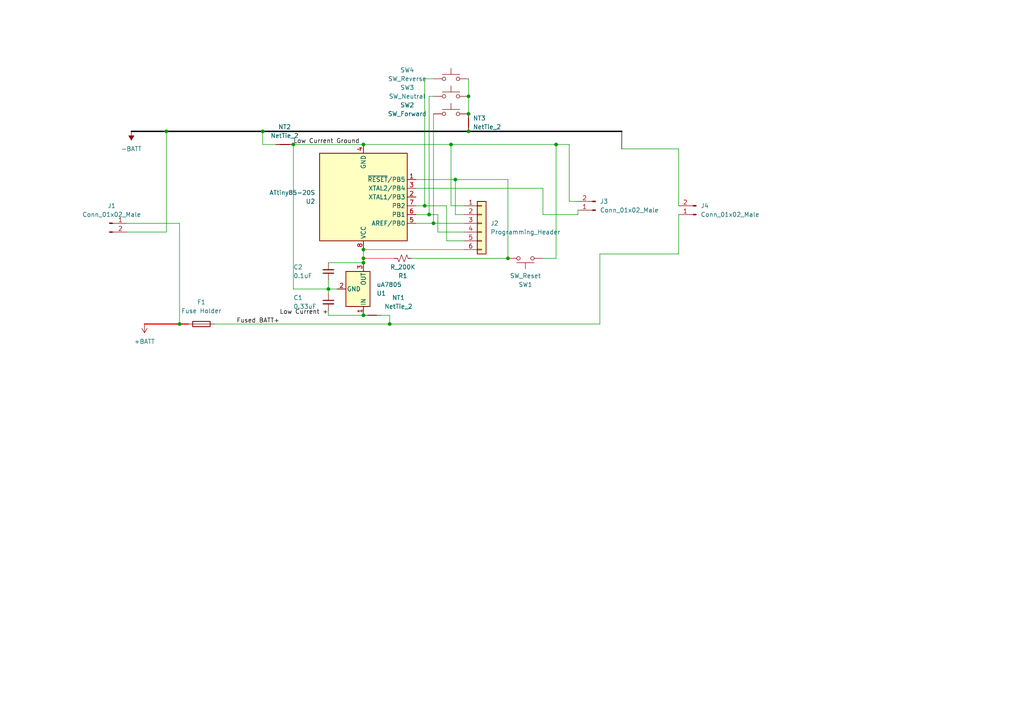
<source format=kicad_sch>
(kicad_sch (version 20211123) (generator eeschema)
  (paper "A4")
  (lib_symbols
    (symbol "Connector:Conn_01x02_Male" (pin_names (offset 1.016) hide)
      (property "Reference" "J" (at 0 2.54 0))
      (property "Value" "Conn_01x02_Male" (at 0 -5.08 0))
      (symbol "Conn_01x02_Male_1_1"
        (polyline (pts (xy 1.27 -2.54) (xy 0.8636 -2.54)) (stroke (width 0.1524)))
        (polyline (pts (xy 1.27 0) (xy 0.8636 0)) (stroke (width 0.1524)))
        (rectangle (start 0.8636 -2.413) (end 0 -2.667) (stroke (width 0.1524)) (fill (type outline)))
        (rectangle (start 0.8636 0.127) (end 0 -0.127) (stroke (width 0.1524)) (fill (type outline)))
        (pin passive line (at 5.08 0 180) (length 3.81) (name "Pin_1") (number "1"))
        (pin passive line (at 5.08 -2.54 180) (length 3.81) (name "Pin_2") (number "2"))
      )
    )
    (symbol "Connector_Generic:Conn_01x06" (pin_names (offset 1.016) hide)
      (property "Reference" "J" (at 0 7.62 0))
      (property "Value" "Conn_01x06" (at 0 -10.16 0))
      (symbol "Conn_01x06_1_1"
        (rectangle (start -1.27 -7.493) (end 0 -7.747) (stroke (width 0.1524)))
        (rectangle (start -1.27 -4.953) (end 0 -5.207) (stroke (width 0.1524)))
        (rectangle (start -1.27 -2.413) (end 0 -2.667) (stroke (width 0.1524)))
        (rectangle (start -1.27 0.127) (end 0 -0.127) (stroke (width 0.1524)))
        (rectangle (start -1.27 2.667) (end 0 2.413) (stroke (width 0.1524)))
        (rectangle (start -1.27 5.207) (end 0 4.953) (stroke (width 0.1524)))
        (rectangle (start -1.27 6.35) (end 1.27 -8.89) (stroke (width 0.254)) (fill (type background)))
        (pin passive line (at -5.08 5.08 0) (length 3.81) (name "Pin_1") (number "1"))
        (pin passive line (at -5.08 2.54 0) (length 3.81) (name "Pin_2") (number "2"))
        (pin passive line (at -5.08 0 0) (length 3.81) (name "Pin_3") (number "3"))
        (pin passive line (at -5.08 -2.54 0) (length 3.81) (name "Pin_4") (number "4"))
        (pin passive line (at -5.08 -5.08 0) (length 3.81) (name "Pin_5") (number "5"))
        (pin passive line (at -5.08 -7.62 0) (length 3.81) (name "Pin_6") (number "6"))
      )
    )
    (symbol "Device:C_Small" (pin_numbers hide) (pin_names (offset 0.254) hide)
      (property "Reference" "C" (at 0.254 1.778 0))
      (property "Value" "C_Small" (at 0.254 -2.032 0))
      (symbol "C_Small_0_1"
        (polyline (pts (xy -1.524 -0.508) (xy 1.524 -0.508)) (stroke (width 0.3302)))
        (polyline (pts (xy -1.524 0.508) (xy 1.524 0.508)) (stroke (width 0.3048)))
      )
      (symbol "C_Small_1_1"
        (pin passive line (at 0 2.54 270) (length 2.032) (name "~") (number "1"))
        (pin passive line (at 0 -2.54 90) (length 2.032) (name "~") (number "2"))
      )
    )
    (symbol "Device:Fuse" (pin_numbers hide) (pin_names (offset 0))
      (property "Reference" "F" (at 2.032 0 90))
      (property "Value" "Fuse" (at -1.905 0 90))
      (symbol "Fuse_0_1"
        (rectangle (start -0.762 -2.54) (end 0.762 2.54) (stroke (width 0.254)))
        (polyline (pts (xy 0 2.54) (xy 0 -2.54)))
      )
      (symbol "Fuse_1_1"
        (pin passive line (at 0 3.81 270) (length 1.27) (name "~") (number "1"))
        (pin passive line (at 0 -3.81 90) (length 1.27) (name "~") (number "2"))
      )
    )
    (symbol "Device:NetTie_2" (pin_numbers hide) (pin_names (offset 0) hide)
      (property "Reference" "NT" (at 0 1.27 0))
      (property "Value" "NetTie_2" (at 0 -1.27 0))
      (symbol "NetTie_2_0_1"
        (polyline (pts (xy -1.27 0) (xy 1.27 0)) (stroke (width 0.254)))
      )
      (symbol "NetTie_2_1_1"
        (pin passive line (at -2.54 0 0) (length 2.54) (name "1") (number "1"))
        (pin passive line (at 2.54 0 180) (length 2.54) (name "2") (number "2"))
      )
    )
    (symbol "Device:R_Small_US" (pin_numbers hide) (pin_names (offset 0.254) hide)
      (property "Reference" "R" (at 0.762 0.508 0))
      (property "Value" "R_Small_US" (at 0.762 -1.016 0))
      (symbol "R_Small_US_1_1"
        (polyline (pts (xy 0 0) (xy 1.016 -0.381) (xy 0 -0.762) (xy -1.016 -1.143) (xy 0 -1.524)))
        (polyline (pts (xy 0 1.524) (xy 1.016 1.143) (xy 0 0.762) (xy -1.016 0.381) (xy 0 0)))
        (pin passive line (at 0 2.54 270) (length 1.016) (name "~") (number "1"))
        (pin passive line (at 0 -2.54 90) (length 1.016) (name "~") (number "2"))
      )
    )
    (symbol "MCU_Microchip_ATtiny:ATtiny85-20S"
      (property "Reference" "U" (at -12.7 13.97 0))
      (property "Value" "ATtiny85-20S" (at 2.54 -13.97 0))
      (symbol "ATtiny85-20S_0_1"
        (rectangle (start -12.7 -12.7) (end 12.7 12.7) (stroke (width 0.254)) (fill (type background)))
      )
      (symbol "ATtiny85-20S_1_1"
        (pin bidirectional line (at 15.24 -5.08 180) (length 2.54) (name "~{RESET}/PB5") (number "1"))
        (pin bidirectional line (at 15.24 0 180) (length 2.54) (name "XTAL1/PB3") (number "2"))
        (pin bidirectional line (at 15.24 -2.54 180) (length 2.54) (name "XTAL2/PB4") (number "3"))
        (pin power_in line (at 0 -15.24 90) (length 2.54) (name "GND") (number "4"))
        (pin bidirectional line (at 15.24 7.62 180) (length 2.54) (name "AREF/PB0") (number "5"))
        (pin bidirectional line (at 15.24 5.08 180) (length 2.54) (name "PB1") (number "6"))
        (pin bidirectional line (at 15.24 2.54 180) (length 2.54) (name "PB2") (number "7"))
        (pin power_in line (at 0 15.24 270) (length 2.54) (name "VCC") (number "8"))
      )
    )
    (symbol "Regulator_Linear:uA7805" (pin_names (offset 0.254))
      (property "Reference" "U" (at -3.81 3.175 0))
      (property "Value" "uA7805" (at 0 3.175 0))
      (symbol "uA7805_0_1"
        (rectangle (start -5.08 1.905) (end 5.08 -5.08) (stroke (width 0.254)) (fill (type background)))
      )
      (symbol "uA7805_1_1"
        (pin power_in line (at -7.62 0 0) (length 2.54) (name "IN") (number "1"))
        (pin power_in line (at 0 -7.62 90) (length 2.54) (name "GND") (number "2"))
        (pin power_out line (at 7.62 0 180) (length 2.54) (name "OUT") (number "3"))
      )
    )
    (symbol "Switch:SW_Push" (pin_numbers hide) (pin_names (offset 1.016) hide)
      (property "Reference" "SW" (at 1.27 2.54 0))
      (property "Value" "SW_Push" (at 0 -1.524 0))
      (symbol "SW_Push_0_1"
        (circle (center -2.032 0) (radius 0.508))
        (polyline (pts (xy 0 1.27) (xy 0 3.048)))
        (polyline (pts (xy 2.54 1.27) (xy -2.54 1.27)))
        (circle (center 2.032 0) (radius 0.508))
        (pin passive line (at -5.08 0 0) (length 2.54) (name "1") (number "1"))
        (pin passive line (at 5.08 0 180) (length 2.54) (name "2") (number "2"))
      )
    )
    (symbol "power:+BATT" (power) (pin_names (offset 0))
      (property "Value" "+BATT" (at 0 3.556 0))
      (symbol "+BATT_0_1"
        (polyline (pts (xy -0.762 1.27) (xy 0 2.54)))
        (polyline (pts (xy 0 0) (xy 0 2.54)))
        (polyline (pts (xy 0 2.54) (xy 0.762 1.27)))
      )
      (symbol "+BATT_1_1"
        (pin power_in line (at 0 0 90) (length 0) hide (name "+BATT") (number "1"))
      )
    )
    (symbol "power:-BATT" (power) (pin_names (offset 0))
      (property "Value" "-BATT" (at 0 3.556 0))
      (symbol "-BATT_0_1"
        (polyline (pts (xy 0 0) (xy 0 2.54)))
        (polyline (pts (xy 0.762 1.27) (xy -0.762 1.27) (xy 0 2.54) (xy 0.762 1.27)) (fill (type outline)))
      )
      (symbol "-BATT_1_1"
        (pin power_in line (at 0 0 90) (length 0) hide (name "-BATT") (number "1"))
      )
    )
  )
  (junction (at 147.32 74.93))
  (junction (at 105.41 41.91))
  (junction (at 105.41 91.44))
  (junction (at 105.41 72.39))
  (junction (at 130.81 41.91))
  (junction (at 105.41 74.93))
  (junction (at 113.03 93.98))
  (junction (at 76.2 38.1))
  (junction (at 135.89 27.94))
  (junction (at 95.25 83.82))
  (junction (at 125.73 64.77))
  (junction (at 52.07 93.98))
  (junction (at 135.89 38.1))
  (junction (at 124.46 62.23))
  (junction (at 105.41 76.2))
  (junction (at 132.08 52.07))
  (junction (at 161.29 41.91))
  (junction (at 48.26 38.1))
  (junction (at 135.89 33.02))
  (junction (at 85.09 41.91))
  (junction (at 123.19 59.69))
  (wire (pts (xy 167.64 60.96) (xy 167.64 62.23)))
  (wire (pts (xy 119.38 74.93) (xy 147.32 74.93)))
  (wire (pts (xy 134.62 72.39) (xy 105.41 72.39)) (stroke (width 0) (color 255 20 27 1)))
  (wire (pts (xy 135.89 22.86) (xy 135.89 27.94)))
  (wire (pts (xy 36.83 64.77) (xy 52.07 64.77)))
  (wire (pts (xy 165.1 58.42) (xy 167.64 58.42)))
  (wire (pts (xy 52.07 64.77) (xy 52.07 93.98)))
  (wire (pts (xy 123.19 22.86) (xy 123.19 59.69)))
  (wire (pts (xy 125.73 33.02) (xy 125.73 64.77)))
  (wire (pts (xy 48.26 67.31) (xy 48.26 38.1)))
  (wire (pts (xy 157.48 62.23) (xy 167.64 62.23)))
  (wire (pts (xy 62.23 93.98) (xy 113.03 93.98)))
  (wire (pts (xy 85.09 41.91) (xy 85.09 83.82)))
  (wire (pts (xy 41.91 93.98) (xy 52.07 93.98)) (stroke (width 0.4) (color 255 20 27 1)))
  (wire (pts (xy 134.62 62.23) (xy 132.08 62.23)))
  (wire (pts (xy 129.54 59.69) (xy 129.54 69.85)))
  (wire (pts (xy 135.89 27.94) (xy 135.89 33.02)))
  (wire (pts (xy 95.25 90.17) (xy 95.25 91.44)))
  (wire (pts (xy 95.25 81.28) (xy 95.25 83.82)))
  (wire (pts (xy 161.29 41.91) (xy 130.81 41.91)))
  (wire (pts (xy 120.65 62.23) (xy 124.46 62.23)))
  (wire (pts (xy 95.25 76.2) (xy 105.41 76.2)))
  (wire (pts (xy 105.41 76.2) (xy 105.41 74.93)) (stroke (width 0) (color 255 20 27 1)))
  (wire (pts (xy 120.65 52.07) (xy 132.08 52.07)))
  (wire (pts (xy 132.08 62.23) (xy 132.08 52.07)))
  (wire (pts (xy 120.65 64.77) (xy 125.73 64.77)))
  (wire (pts (xy 124.46 27.94) (xy 124.46 62.23)))
  (wire (pts (xy 125.73 22.86) (xy 123.19 22.86)))
  (wire (pts (xy 76.2 41.91) (xy 76.2 38.1)))
  (wire (pts (xy 173.99 73.66) (xy 196.85 73.66)))
  (wire (pts (xy 135.89 38.1) (xy 180.34 38.1)) (stroke (width 0.4) (color 0 0 0 1)))
  (wire (pts (xy 123.19 59.69) (xy 129.54 59.69)))
  (wire (pts (xy 129.54 69.85) (xy 134.62 69.85)))
  (wire (pts (xy 114.3 74.93) (xy 105.41 74.93)) (stroke (width 0) (color 255 20 27 1)))
  (wire (pts (xy 80.01 41.91) (xy 76.2 41.91)))
  (wire (pts (xy 113.03 91.44) (xy 113.03 93.98)))
  (wire (pts (xy 38.1 38.1) (xy 48.26 38.1)) (stroke (width 0.4) (color 0 0 0 1)))
  (wire (pts (xy 36.83 67.31) (xy 48.26 67.31)))
  (wire (pts (xy 196.85 43.18) (xy 196.85 59.69)))
  (wire (pts (xy 180.34 43.18) (xy 196.85 43.18)))
  (wire (pts (xy 125.73 64.77) (xy 134.62 64.77)))
  (wire (pts (xy 165.1 41.91) (xy 165.1 58.42)))
  (wire (pts (xy 105.41 41.91) (xy 130.81 41.91)))
  (wire (pts (xy 52.07 93.98) (xy 54.61 93.98)) (stroke (width 0.4) (color 255 20 27 1)))
  (wire (pts (xy 127 67.31) (xy 134.62 67.31)))
  (wire (pts (xy 95.25 83.82) (xy 95.25 85.09)))
  (wire (pts (xy 157.48 74.93) (xy 161.29 74.93)))
  (wire (pts (xy 127 62.23) (xy 127 67.31)))
  (wire (pts (xy 95.25 83.82) (xy 97.79 83.82)))
  (wire (pts (xy 132.08 52.07) (xy 147.32 52.07)))
  (wire (pts (xy 95.25 91.44) (xy 105.41 91.44)))
  (wire (pts (xy 180.34 38.1) (xy 180.34 43.18)) (stroke (width 0) (color 0 0 0 1)))
  (wire (pts (xy 120.65 54.61) (xy 157.48 54.61)))
  (wire (pts (xy 105.41 72.39) (xy 105.41 74.93)) (stroke (width 0) (color 255 20 27 1)))
  (wire (pts (xy 173.99 93.98) (xy 173.99 73.66)))
  (wire (pts (xy 165.1 41.91) (xy 161.29 41.91)))
  (wire (pts (xy 85.09 41.91) (xy 105.41 41.91)))
  (wire (pts (xy 130.81 59.69) (xy 134.62 59.69)))
  (wire (pts (xy 124.46 62.23) (xy 127 62.23)))
  (wire (pts (xy 110.49 91.44) (xy 113.03 91.44)))
  (wire (pts (xy 161.29 41.91) (xy 161.29 74.93)))
  (wire (pts (xy 157.48 54.61) (xy 157.48 62.23)))
  (wire (pts (xy 120.65 59.69) (xy 123.19 59.69)))
  (wire (pts (xy 147.32 52.07) (xy 147.32 74.93)))
  (wire (pts (xy 130.81 41.91) (xy 130.81 59.69)))
  (wire (pts (xy 76.2 38.1) (xy 135.89 38.1)) (stroke (width 0.4) (color 0 0 0 1)))
  (wire (pts (xy 48.26 38.1) (xy 76.2 38.1)) (stroke (width 0.4) (color 0 0 0 1)))
  (wire (pts (xy 196.85 73.66) (xy 196.85 62.23)))
  (wire (pts (xy 125.73 27.94) (xy 124.46 27.94)))
  (wire (pts (xy 85.09 83.82) (xy 95.25 83.82)))
  (wire (pts (xy 113.03 93.98) (xy 173.99 93.98)))
  (label "Low Current +" (at 95.25 91.44 180))
  (label "Fused BATT+" (at 68.58 93.98 0))
  (label "Low Current Ground" (at 85.09 41.91 0))
  (symbol (lib_id "Connector:Conn_01x02_Male") (at 31.75 64.77 0) (unit 1)
    (property "Reference" "J1" (at 32.385 59.69 0))
    (property "Value" "Conn_01x02_Male" (at 32.385 62.23 0))
    (property "Footprint" "CustomLibrary:MINI_HORIZONTAL_POWER_CLAW" (effects hide))
  )
  (symbol (lib_id "Device:R_Small_US") (at 116.84 74.93 90) (mirror x) (unit 1)
    (property "Reference" "R1" (at 116.84 80.01 90))
    (property "Value" "R_200K" (at 116.84 77.47 90))
    (property "Footprint" "Resistor_THT:R_Axial_DIN0204_L3.6mm_D1.6mm_P7.62mm_Horizontal" (effects hide))
  )
  (symbol (lib_id "Switch:SW_Push") (at 130.81 22.86 0) (unit 1)
    (property "Reference" "SW4" (at 118.11 20.32 0))
    (property "Value" "SW_Reverse" (at 118.11 22.86 0))
    (property "Footprint" "Button_Switch_THT:SW_PUSH_6mm" (effects hide))
  )
  (symbol (lib_id "Switch:SW_Push") (at 152.4 74.93 0) (mirror x) (unit 1)
    (property "Reference" "SW1" (at 152.4 82.55 0))
    (property "Value" "SW_Reset" (at 152.4 80.01 0))
    (property "Footprint" "Button_Switch_THT:SW_PUSH_6mm" (effects hide))
  )
  (symbol (lib_id "Connector:Conn_01x02_Male") (at 201.93 62.23 180) (unit 1)
    (property "Reference" "J4" (at 203.2 59.6899 0) (effects (justify right)))
    (property "Value" "Conn_01x02_Male" (at 203.2 62.2299 0) (effects (justify right)))
    (property "Footprint" "CustomLibrary:PP44_2x1_Horizontal" (effects hide))
  )
  (symbol (lib_id "Connector_Generic:Conn_01x06") (at 139.7 64.77 0) (unit 1)
    (property "Reference" "J2" (at 142.24 64.7699 0) (effects (justify left)))
    (property "Value" "Programming_Header" (at 142.24 67.3099 0) (effects (justify left)))
    (property "Footprint" "Connector_PinHeader_1.27mm:PinHeader_1x06_P1.27mm_Vertical" (effects hide))
  )
  (symbol (lib_id "Device:NetTie_2") (at 107.95 91.44 0) (unit 1)
    (property "Reference" "NT1" (at 115.57 86.36 0))
    (property "Value" "NetTie_2" (at 115.57 88.9 0))
    (property "Footprint" "NetTie:NetTie-2_SMD_Pad0.5mm" (effects hide))
  )
  (symbol (lib_id "Device:Fuse") (at 58.42 93.98 90) (mirror x) (unit 1)
    (property "Reference" "F1" (at 58.42 87.63 90))
    (property "Value" "Fuse Holder" (at 58.42 90.17 90))
    (property "Footprint" "CustomLibrary:Fuseholder_Littelfuse_Style_ATO_Blade" (effects hide))
  )
  (symbol (lib_id "Device:C_Small") (at 95.25 87.63 0) (unit 1)
    (property "Reference" "C1" (at 85.09 86.36 0) (effects (justify left)))
    (property "Value" "0.33uF" (at 85.09 88.9 0) (effects (justify left)))
    (property "Footprint" "Capacitor_SMD:C_0603_1608Metric_Pad1.08x0.95mm_HandSolder" (effects hide))
  )
  (symbol (lib_id "Connector:Conn_01x02_Male") (at 172.72 60.96 180) (unit 1)
    (property "Reference" "J3" (at 173.99 58.4199 0) (effects (justify right)))
    (property "Value" "Conn_01x02_Male" (at 173.99 60.9599 0) (effects (justify right)))
    (property "Footprint" "TerminalBlock_Phoenix:TerminalBlock_Phoenix_MKDS-1,5-2-5.08_1x02_P5.08mm_Horizontal" (effects hide))
  )
  (symbol (lib_id "Device:NetTie_2") (at 135.89 35.56 90) (unit 1)
    (property "Reference" "NT3" (at 137.16 34.2899 90) (effects (justify right)))
    (property "Value" "NetTie_2" (at 137.16 36.8299 90) (effects (justify right)))
    (property "Footprint" "NetTie:NetTie-2_SMD_Pad0.5mm" (effects hide))
  )
  (symbol (lib_id "Device:NetTie_2") (at 82.55 41.91 0) (unit 1)
    (property "Reference" "NT2" (at 82.55 36.83 0))
    (property "Value" "NetTie_2" (at 82.55 39.37 0))
    (property "Footprint" "NetTie:NetTie-2_SMD_Pad0.5mm" (effects hide))
  )
  (symbol (lib_id "Device:C_Small") (at 95.25 78.74 180) (unit 1)
    (property "Reference" "C2" (at 85.09 77.47 0) (effects (justify right)))
    (property "Value" "0.1uF" (at 85.09 80.01 0) (effects (justify right)))
    (property "Footprint" "Capacitor_SMD:C_0402_1005Metric_Pad0.74x0.62mm_HandSolder" (effects hide))
  )
  (symbol (lib_id "MCU_Microchip_ATtiny:ATtiny85-20S") (at 105.41 57.15 0) (mirror x) (unit 1)
    (property "Reference" "U2" (at 91.44 58.4201 0) (effects (justify right)))
    (property "Value" "ATtiny85-20S" (at 91.44 55.8801 0) (effects (justify right)))
    (property "Footprint" "Package_SO:SOIC-8W_5.3x5.3mm_P1.27mm" (effects hide))
    (property "Datasheet" "http://ww1.microchip.com/downloads/en/DeviceDoc/atmel-2586-avr-8-bit-microcontroller-attiny25-attiny45-attiny85_datasheet.pdf" (effects hide))
  )
  (symbol (lib_id "power:+BATT") (at 41.91 93.98 0) (mirror x) (unit 1)
    (property "Reference" "#PWR0102" (effects hide))
    (property "Value" "+BATT" (at 41.91 99.06 0))
  )
  (symbol (lib_id "Switch:SW_Push") (at 130.81 33.02 0) (unit 1)
    (property "Reference" "SW2" (at 118.11 30.48 0))
    (property "Value" "SW_Forward" (at 118.11 33.02 0))
    (property "Footprint" "Button_Switch_THT:SW_PUSH_6mm" (effects hide))
  )
  (symbol (lib_id "power:-BATT") (at 38.1 38.1 0) (mirror x) (unit 1)
    (property "Reference" "#PWR0103" (effects hide))
    (property "Value" "-BATT" (at 38.1 43.18 0))
  )
  (symbol (lib_id "Switch:SW_Push") (at 130.81 27.94 0) (unit 1)
    (property "Reference" "SW3" (at 118.11 25.4 0))
    (property "Value" "SW_Neutral" (at 118.11 27.94 0))
    (property "Footprint" "Button_Switch_THT:SW_PUSH_6mm" (effects hide))
  )
  (symbol (lib_id "Regulator_Linear:uA7805") (at 105.41 83.82 270) (mirror x) (unit 1)
    (property "Reference" "U1" (at 109.22 85.0901 90) (effects (justify left)))
    (property "Value" "uA7805" (at 109.22 82.5501 90) (effects (justify left)))
    (property "Footprint" "Package_TO_SOT_SMD:SOT-89-3_Handsoldering" (effects hide))
    (property "Datasheet" "http://www.ti.com/lit/ds/symlink/ua78.pdf" (effects hide))
  )
)
</source>
